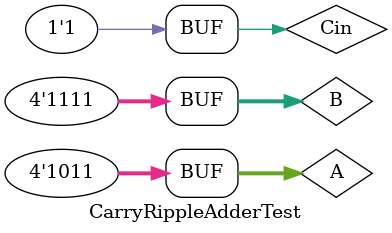
<source format=v>
`timescale 1ns / 1ps


module CarryRippleAdderTest;

	// Inputs
	reg [3:0] A;
	reg [3:0] B;
	reg Cin;

	// Outputs
	wire [3:0] S;
	wire Cout;
	wire OF;

	// Instantiate the Unit Under Test (UUT)
	CarryRippleAdder uut (
		.A(A), 
		.B(B), 
		.Cin(Cin), 
		.S(S), 
		.Cout(Cout),
		.OF(OF)
	);

	initial begin
		// Initialize Inputs
		A = 0011;
		B = 1000;
		Cin = 0;

		// Wait 100 ns for global reset to finish
		#100;
        
		// Add stimulus here
		A = 0011;
		B = 1000;
		Cin = 1;
		
		#100;
		A = 0011;
		B = 0111;
		Cin = 0;
		
		#100;
		A = 0011;
		B = 0111;
		Cin = 1;
		
		#100;
		

	end
      
endmodule


</source>
